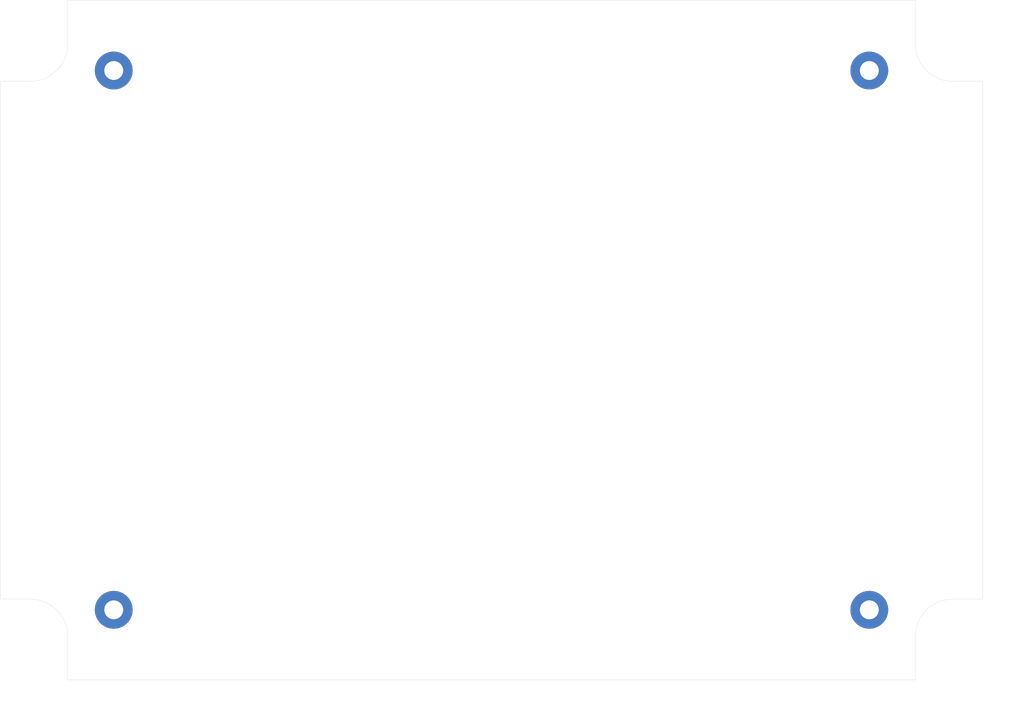
<source format=kicad_pcb>
(kicad_pcb (version 20171130) (host pcbnew "(5.1.4)-1")

  (general
    (thickness 1.6)
    (drawings 18)
    (tracks 0)
    (zones 0)
    (modules 4)
    (nets 1)
  )

  (page A4)
  (layers
    (0 F.Cu signal)
    (31 B.Cu signal)
    (32 B.Adhes user)
    (33 F.Adhes user)
    (34 B.Paste user)
    (35 F.Paste user)
    (36 B.SilkS user)
    (37 F.SilkS user)
    (38 B.Mask user)
    (39 F.Mask user)
    (40 Dwgs.User user)
    (41 Cmts.User user)
    (42 Eco1.User user)
    (43 Eco2.User user)
    (44 Edge.Cuts user)
    (45 Margin user)
    (46 B.CrtYd user)
    (47 F.CrtYd user)
    (48 B.Fab user)
    (49 F.Fab user)
  )

  (setup
    (last_trace_width 0.25)
    (trace_clearance 0.2)
    (zone_clearance 0.508)
    (zone_45_only no)
    (trace_min 0.2)
    (via_size 0.8)
    (via_drill 0.4)
    (via_min_size 0.4)
    (via_min_drill 0.3)
    (uvia_size 0.3)
    (uvia_drill 0.1)
    (uvias_allowed no)
    (uvia_min_size 0.2)
    (uvia_min_drill 0.1)
    (edge_width 0.05)
    (segment_width 0.2)
    (pcb_text_width 0.3)
    (pcb_text_size 1.5 1.5)
    (mod_edge_width 0.12)
    (mod_text_size 1 1)
    (mod_text_width 0.15)
    (pad_size 1.524 1.524)
    (pad_drill 0.762)
    (pad_to_mask_clearance 0.051)
    (solder_mask_min_width 0.25)
    (aux_axis_origin 0 0)
    (visible_elements 7FFFFFFF)
    (pcbplotparams
      (layerselection 0x010fc_ffffffff)
      (usegerberextensions false)
      (usegerberattributes false)
      (usegerberadvancedattributes false)
      (creategerberjobfile false)
      (excludeedgelayer true)
      (linewidth 0.100000)
      (plotframeref false)
      (viasonmask false)
      (mode 1)
      (useauxorigin false)
      (hpglpennumber 1)
      (hpglpenspeed 20)
      (hpglpendiameter 15.000000)
      (psnegative false)
      (psa4output false)
      (plotreference true)
      (plotvalue true)
      (plotinvisibletext false)
      (padsonsilk false)
      (subtractmaskfromsilk false)
      (outputformat 1)
      (mirror false)
      (drillshape 1)
      (scaleselection 1)
      (outputdirectory ""))
  )

  (net 0 "")

  (net_class Default "This is the default net class."
    (clearance 0.2)
    (trace_width 0.25)
    (via_dia 0.8)
    (via_drill 0.4)
    (uvia_dia 0.3)
    (uvia_drill 0.1)
  )

  (module MountingHole:MountingHole_3.5mm_Pad (layer F.Cu) (tedit 56D1B4CB) (tstamp 5D722C4E)
    (at 36 28)
    (descr "Mounting Hole 3.5mm")
    (tags "mounting hole 3.5mm")
    (attr virtual)
    (fp_text reference ~ (at 0 -4.5) (layer F.SilkS) hide
      (effects (font (size 1 1) (thickness 0.15)))
    )
    (fp_text value ~ (at 0 4.5) (layer F.Fab) hide
      (effects (font (size 1 1) (thickness 0.15)))
    )
    (fp_text user %R (at 0.3 0) (layer F.Fab)
      (effects (font (size 1 1) (thickness 0.15)))
    )
    (fp_circle (center 0 0) (end 3.5 0) (layer Cmts.User) (width 0.15))
    (fp_circle (center 0 0) (end 3.75 0) (layer F.CrtYd) (width 0.05))
    (pad ~ thru_hole circle (at 0 0) (size 7 7) (drill 3.5) (layers *.Cu *.Mask))
  )

  (module MountingHole:MountingHole_3.5mm_Pad (layer F.Cu) (tedit 56D1B4CB) (tstamp 5D722C40)
    (at 36 128)
    (descr "Mounting Hole 3.5mm")
    (tags "mounting hole 3.5mm")
    (attr virtual)
    (fp_text reference ~ (at 0 -4.5) (layer F.SilkS) hide
      (effects (font (size 1 1) (thickness 0.15)))
    )
    (fp_text value ~ (at 0 4.5) (layer F.Fab) hide
      (effects (font (size 1 1) (thickness 0.15)))
    )
    (fp_circle (center 0 0) (end 3.75 0) (layer F.CrtYd) (width 0.05))
    (fp_circle (center 0 0) (end 3.5 0) (layer Cmts.User) (width 0.15))
    (fp_text user %R (at 0.3 0) (layer F.Fab)
      (effects (font (size 1 1) (thickness 0.15)))
    )
    (pad ~ thru_hole circle (at 0 0) (size 7 7) (drill 3.5) (layers *.Cu *.Mask))
  )

  (module MountingHole:MountingHole_3.5mm_Pad (layer F.Cu) (tedit 56D1B4CB) (tstamp 5D722C32)
    (at 176 28)
    (descr "Mounting Hole 3.5mm")
    (tags "mounting hole 3.5mm")
    (attr virtual)
    (fp_text reference ~ (at 0 -4.5) (layer F.SilkS) hide
      (effects (font (size 1 1) (thickness 0.15)))
    )
    (fp_text value ~ (at 0 4.5) (layer F.Fab) hide
      (effects (font (size 1 1) (thickness 0.15)))
    )
    (fp_text user %R (at 0.3 0) (layer F.Fab)
      (effects (font (size 1 1) (thickness 0.15)))
    )
    (fp_circle (center 0 0) (end 3.5 0) (layer Cmts.User) (width 0.15))
    (fp_circle (center 0 0) (end 3.75 0) (layer F.CrtYd) (width 0.05))
    (pad ~ thru_hole circle (at 0 0) (size 7 7) (drill 3.5) (layers *.Cu *.Mask))
  )

  (module MountingHole:MountingHole_3.5mm_Pad (layer F.Cu) (tedit 56D1B4CB) (tstamp 5D722BFE)
    (at 176 128)
    (descr "Mounting Hole 3.5mm")
    (tags "mounting hole 3.5mm")
    (attr virtual)
    (fp_text reference ~ (at 0 -4.5) (layer F.SilkS) hide
      (effects (font (size 1 1) (thickness 0.15)))
    )
    (fp_text value ~ (at 0 4.5) (layer F.Fab) hide
      (effects (font (size 1 1) (thickness 0.15)))
    )
    (fp_circle (center 0 0) (end 3.75 0) (layer F.CrtYd) (width 0.05))
    (fp_circle (center 0 0) (end 3.5 0) (layer Cmts.User) (width 0.15))
    (fp_text user %R (at 0.3 0) (layer F.Fab)
      (effects (font (size 1 1) (thickness 0.15)))
    )
    (pad ~ thru_hole circle (at 0 0) (size 7 7) (drill 3.5) (layers *.Cu *.Mask))
  )

  (gr_line (start 27.5 133) (end 27.5 141) (layer Edge.Cuts) (width 0.05) (tstamp 5D72601E))
  (gr_line (start 15 126) (end 20.5 126) (layer Edge.Cuts) (width 0.05) (tstamp 5D72601B))
  (gr_line (start 15 30) (end 20.5 30) (layer Edge.Cuts) (width 0.05) (tstamp 5D726013))
  (gr_line (start 27.5 23) (end 27.5 15) (layer Edge.Cuts) (width 0.05) (tstamp 5D726010))
  (gr_line (start 184.5 23) (end 184.5 15) (layer Edge.Cuts) (width 0.05) (tstamp 5D726003))
  (gr_line (start 191.5 30) (end 197 30) (layer Edge.Cuts) (width 0.05) (tstamp 5D725FFF))
  (gr_line (start 184.5 133) (end 184.5 141) (layer Edge.Cuts) (width 0.05) (tstamp 5D725FFB))
  (gr_line (start 191.5 126) (end 197 126) (layer Edge.Cuts) (width 0.05) (tstamp 5D725FF5))
  (gr_arc (start 20.5 133) (end 27.5 133) (angle -90) (layer Edge.Cuts) (width 0.05) (tstamp 5D725FC8))
  (gr_arc (start 191.5 23) (end 184.5 23) (angle -90) (layer Edge.Cuts) (width 0.05) (tstamp 5D725FBF))
  (gr_arc (start 191.5 133) (end 191.5 126) (angle -90) (layer Edge.Cuts) (width 0.05) (tstamp 5D725FB8))
  (gr_arc (start 20.5 23) (end 20.5 30) (angle -90) (layer Edge.Cuts) (width 0.05))
  (dimension 126 (width 0.15) (layer Dwgs.User)
    (gr_text "126.000 mm" (at 203.3 78 90) (layer Dwgs.User)
      (effects (font (size 1 1) (thickness 0.15)))
    )
    (feature1 (pts (xy 197 15) (xy 202.586421 15)))
    (feature2 (pts (xy 197 141) (xy 202.586421 141)))
    (crossbar (pts (xy 202 141) (xy 202 15)))
    (arrow1a (pts (xy 202 15) (xy 202.586421 16.126504)))
    (arrow1b (pts (xy 202 15) (xy 201.413579 16.126504)))
    (arrow2a (pts (xy 202 141) (xy 202.586421 139.873496)))
    (arrow2b (pts (xy 202 141) (xy 201.413579 139.873496)))
  )
  (dimension 182 (width 0.15) (layer Dwgs.User)
    (gr_text "182.000 mm" (at 106 146.3) (layer Dwgs.User)
      (effects (font (size 1 1) (thickness 0.15)))
    )
    (feature1 (pts (xy 197 141) (xy 197 145.586421)))
    (feature2 (pts (xy 15 141) (xy 15 145.586421)))
    (crossbar (pts (xy 15 145) (xy 197 145)))
    (arrow1a (pts (xy 197 145) (xy 195.873496 145.586421)))
    (arrow1b (pts (xy 197 145) (xy 195.873496 144.413579)))
    (arrow2a (pts (xy 15 145) (xy 16.126504 145.586421)))
    (arrow2b (pts (xy 15 145) (xy 16.126504 144.413579)))
  )
  (gr_line (start 197 30) (end 197 126) (layer Edge.Cuts) (width 0.05))
  (gr_line (start 15 30) (end 15 126) (layer Edge.Cuts) (width 0.05))
  (gr_line (start 27.5 141) (end 184.5 141) (layer Edge.Cuts) (width 0.05) (tstamp 5D722B58))
  (gr_line (start 27.5 15) (end 184.5 15) (layer Edge.Cuts) (width 0.05))

)

</source>
